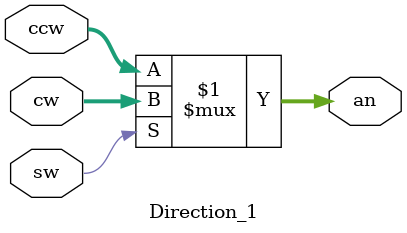
<source format=sv>
`timescale 1ns / 1ps

module Direction_1(
input logic [7:0] cw,
input logic [7:0] ccw,
input logic sw,
output logic [7:0] an
);
    
    assign an = (sw)? cw: ccw;
endmodule
</source>
